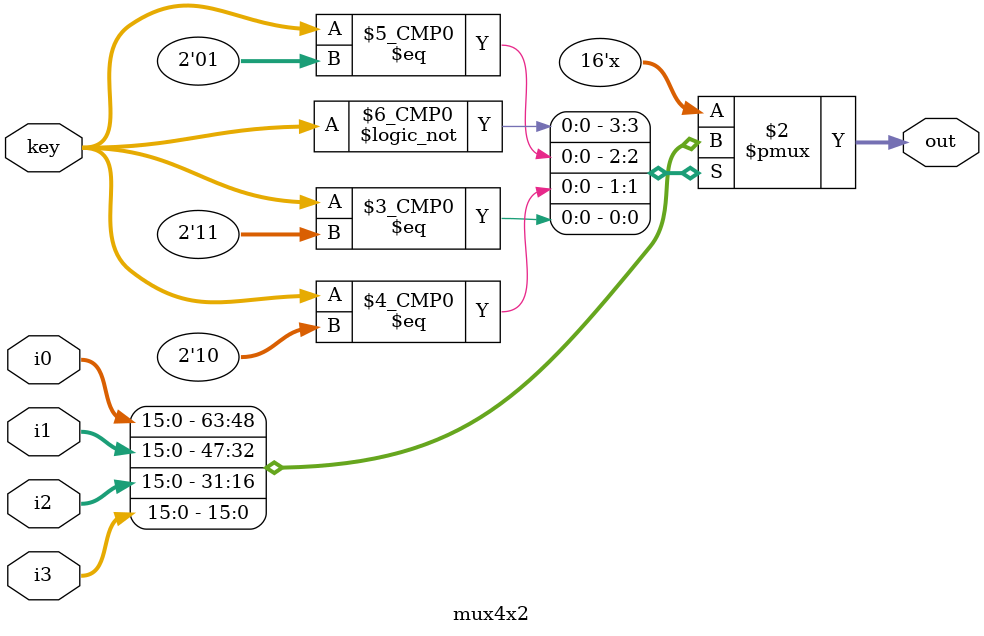
<source format=v>


module mux4x2(i0, i1, i2, i3, key, out);

    input [15:0] i0, i1, i2, i3;
	input [1:0] key;
	output reg [15:0] out;

    always @* begin
        case (key)
            3'b00: out = i0;
            3'b01: out = i1;
            3'b10: out = i2;
            3'b11: out = i3;
        endcase
    end
endmodule
</source>
